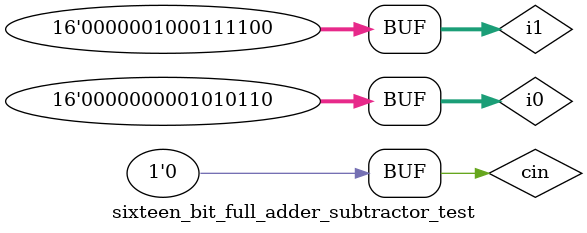
<source format=v>
`timescale 1ns / 1ps


module sixteen_bit_full_adder_subtractor_test();
    reg [15:0] i0;
    reg [15:0] i1;
    reg cin;
    
    wire cout;
    wire [15:0] sum;
    
    sixteen_bit_full_adder_subtractor uut(.i0(i0), .i1(i1), .cin(cin), .sum(sum), .carry(cout));
    
    initial begin
        i0 = 16'd23; i1 = 16'd3; cin = 0; #125;
        i0 = 16'd21; i1 = 16'd75; cin = 0; #125;
        i0 = 16'd16800; i1 = 16'd16900; cin = 0; #125;
        i0 = 16'd6983; i1 = 16'd6650; cin = 0; #125;
        i0 = 16'd325; i1 = 16'd97; cin = 0; #125;
        i0 = 16'd44; i1 = 16'd190; cin = 0; #125;
        i0 = 16'd463; i1 = 16'd241; cin = 0; #125;
        i0 = 16'd86; i1 = 16'd572; cin = 0; #125;
    
    end
    
endmodule
</source>
